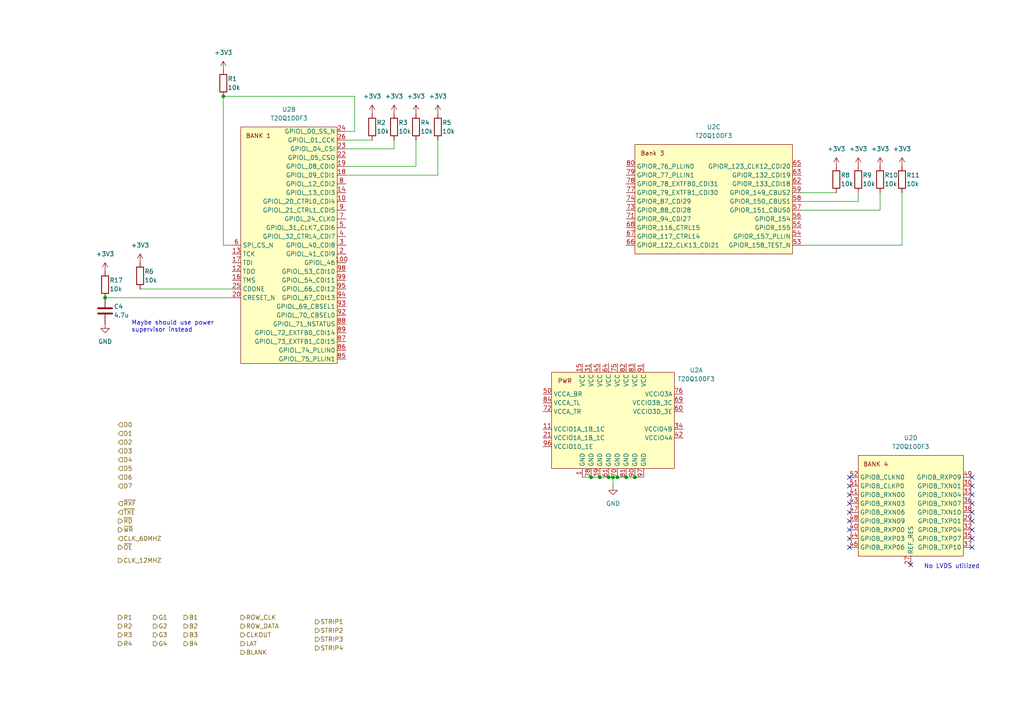
<source format=kicad_sch>
(kicad_sch (version 20230121) (generator eeschema)
  (paper "A4")
  (lib_symbols
    (symbol "Device:C" (pin_numbers hide) (pin_names (offset 0.254))
      (property "Reference" "C" (at 0.635 2.54 0))
      (property "Value" "C" (at 0.635 -2.54 0))
      (symbol "C_0_1"
        (polyline (pts (xy -2.032 -0.762) (xy 2.032 -0.762)) (stroke (width 0.508)))
        (polyline (pts (xy -2.032 0.762) (xy 2.032 0.762)) (stroke (width 0.508)))
      )
      (symbol "C_1_1"
        (pin passive line (at 0 3.81 270) (length 2.794) (name "~") (number "1"))
        (pin passive line (at 0 -3.81 90) (length 2.794) (name "~") (number "2"))
      )
    )
    (symbol "Device:R" (pin_numbers hide) (pin_names (offset 0))
      (property "Reference" "R" (at 2.032 0 90))
      (property "Value" "R" (at 0 0 90))
      (symbol "R_0_1"
        (rectangle (start -1.016 -2.54) (end 1.016 2.54) (stroke (width 0.254)))
      )
      (symbol "R_1_1"
        (pin passive line (at 0 3.81 270) (length 1.27) (name "~") (number "1"))
        (pin passive line (at 0 -3.81 90) (length 1.27) (name "~") (number "2"))
      )
    )
    (symbol "Project:T20Q100F3"
      (property "Reference" "U" (at -21.59 16.51 0))
      (property "Value" "T20Q100F3" (at -17.78 13.97 0))
      (symbol "T20Q100F3_1_0"
        (pin power_in line (at -8.89 -17.78 90) (length 2.54) (name "GND") (number "1"))
        (pin power_in line (at -20.32 -3.81 0) (length 2.54) (name "VCCIO1A_1B_1C") (number "11"))
        (pin power_in line (at -8.89 15.24 270) (length 2.54) (name "VCC") (number "15"))
        (pin power_in line (at -20.32 -6.35 0) (length 2.54) (name "VCCIO1A_1B_1C") (number "21"))
        (pin power_in line (at -6.35 -17.78 90) (length 2.54) (name "GND") (number "28"))
        (pin power_in line (at -6.35 15.24 270) (length 2.54) (name "VCC") (number "31"))
        (pin power_in line (at 20.32 -3.81 180) (length 2.54) (name "VCCIO4B") (number "34"))
        (pin power_in line (at -3.81 -17.78 90) (length 2.54) (name "GND") (number "39"))
        (pin power_in line (at 20.32 -6.35 180) (length 2.54) (name "VCCIO4A") (number "42"))
        (pin power_in line (at -3.81 15.24 270) (length 2.54) (name "VCC") (number "45"))
        (pin power_in line (at -20.32 6.35 0) (length 2.54) (name "VCCA_BR") (number "50"))
        (pin power_in line (at 20.32 1.27 180) (length 2.54) (name "VCCIO3D_3E") (number "60"))
        (pin power_in line (at -1.27 -17.78 90) (length 2.54) (name "GND") (number "61"))
        (pin power_in line (at -1.27 15.24 270) (length 2.54) (name "VCC") (number "64"))
        (pin power_in line (at 20.32 3.81 180) (length 2.54) (name "VCCIO3B_3C") (number "69"))
        (pin power_in line (at 1.27 -17.78 90) (length 2.54) (name "GND") (number "70"))
        (pin power_in line (at -20.32 1.27 0) (length 2.54) (name "VCCA_TR") (number "72"))
        (pin power_in line (at 1.27 15.24 270) (length 2.54) (name "VCC") (number "75"))
        (pin power_in line (at 20.32 6.35 180) (length 2.54) (name "VCCIO3A") (number "76"))
        (pin power_in line (at 3.81 -17.78 90) (length 2.54) (name "GND") (number "81"))
        (pin power_in line (at 3.81 15.24 270) (length 2.54) (name "VCC") (number "82"))
        (pin power_in line (at 6.35 15.24 270) (length 2.54) (name "VCC") (number "83"))
        (pin power_in line (at -20.32 3.81 0) (length 2.54) (name "VCCA_TL") (number "84"))
        (pin power_in line (at 6.35 -17.78 90) (length 2.54) (name "GND") (number "90"))
        (pin power_in line (at 8.89 15.24 270) (length 2.54) (name "VCC") (number "91"))
        (pin power_in line (at -20.32 -8.89 0) (length 2.54) (name "VCCIO1D_1E") (number "96"))
        (pin power_in line (at 8.89 -17.78 90) (length 2.54) (name "GND") (number "97"))
      )
      (symbol "T20Q100F3_1_1"
        (rectangle (start -17.78 12.7) (end 17.78 -15.24) (fill (type background)))
        (text "PWR" (at -13.97 10.16 0) (effects (font (size 1.27 1.27))))
      )
      (symbol "T20Q100F3_2_0"
        (pin bidirectional line (at 16.51 10.16 180) (length 2.54) (name "GPIOL_20_CTRL0_CDI4") (number "10"))
        (pin bidirectional line (at 16.51 -7.62 180) (length 2.54) (name "GPIOL_46") (number "100"))
        (pin output line (at -16.51 -10.16 0) (length 2.54) (name "TDO") (number "12"))
        (pin input line (at -16.51 -5.08 0) (length 2.54) (name "TCK") (number "13"))
        (pin bidirectional line (at 16.51 12.7 180) (length 2.54) (name "GPIOL_13_CDI3") (number "14"))
        (pin input line (at -16.51 -12.7 0) (length 2.54) (name "TMS") (number "16"))
        (pin input line (at -16.51 -7.62 0) (length 2.54) (name "TDI") (number "17"))
        (pin bidirectional line (at 16.51 17.78 180) (length 2.54) (name "GPIOL_09_CDI1") (number "18"))
        (pin bidirectional line (at 16.51 20.32 180) (length 2.54) (name "GPIOL_08_CDI0") (number "19"))
        (pin bidirectional line (at 16.51 -5.08 180) (length 2.54) (name "GPIOL_41_CDI9") (number "2"))
        (pin input line (at -16.51 -17.78 0) (length 2.54) (name "CRESET_N") (number "20"))
        (pin bidirectional line (at 16.51 22.86 180) (length 2.54) (name "GPIOL_05_CSO") (number "22"))
        (pin bidirectional line (at 16.51 25.4 180) (length 2.54) (name "GPIOL_04_CSI") (number "23"))
        (pin bidirectional line (at 16.51 30.48 180) (length 2.54) (name "GPIOL_00_SS_N") (number "24"))
        (pin bidirectional line (at -16.51 -15.24 0) (length 2.54) (name "CDONE") (number "25"))
        (pin bidirectional line (at 16.51 27.94 180) (length 2.54) (name "GPIOL_01_CCK") (number "26"))
        (pin bidirectional line (at 16.51 -2.54 180) (length 2.54) (name "GPIOL_40_CDI8") (number "3"))
        (pin bidirectional line (at 16.51 0 180) (length 2.54) (name "GPIOL_32_CTRL4_CDI7") (number "4"))
        (pin bidirectional line (at 16.51 2.54 180) (length 2.54) (name "GPIOL_31_CLK7_CDI6") (number "5"))
        (pin bidirectional line (at -16.51 -2.54 0) (length 2.54) (name "SPI_CS_N") (number "6"))
        (pin bidirectional line (at 16.51 5.08 180) (length 2.54) (name "GPIOL_24_CLK0") (number "7"))
        (pin bidirectional line (at 16.51 15.24 180) (length 2.54) (name "GPIOL_12_CDI2") (number "8"))
        (pin bidirectional line (at 16.51 -35.56 180) (length 2.54) (name "GPIOL_75_PLLIN1") (number "85"))
        (pin bidirectional line (at 16.51 -33.02 180) (length 2.54) (name "GPIOL_74_PLLIN0") (number "86"))
        (pin bidirectional line (at 16.51 -30.48 180) (length 2.54) (name "GPIOL_73_EXTFB1_CDI15") (number "87"))
        (pin bidirectional line (at 16.51 -25.4 180) (length 2.54) (name "GPIOL_71_NSTATUS") (number "88"))
        (pin bidirectional line (at 16.51 -27.94 180) (length 2.54) (name "GPIOL_72_EXTFB0_CDI14") (number "89"))
        (pin bidirectional line (at 16.51 7.62 180) (length 2.54) (name "GPIOL_21_CTRL1_CDI5") (number "9"))
        (pin bidirectional line (at 16.51 -22.86 180) (length 2.54) (name "GPIOL_70_CBSEL0") (number "92"))
        (pin bidirectional line (at 16.51 -20.32 180) (length 2.54) (name "GPIOL_69_CBSEL1") (number "93"))
        (pin bidirectional line (at 16.51 -17.78 180) (length 2.54) (name "GPIOL_67_CDI13") (number "94"))
        (pin bidirectional line (at 16.51 -15.24 180) (length 2.54) (name "GPIOL_66_CDI12") (number "95"))
        (pin bidirectional line (at 16.51 -10.16 180) (length 2.54) (name "GPIOL_53_CDI10") (number "98"))
        (pin bidirectional line (at 16.51 -12.7 180) (length 2.54) (name "GPIOL_54_CDI11") (number "99"))
      )
      (symbol "T20Q100F3_2_1"
        (rectangle (start -13.97 31.75) (end 13.97 -36.83) (fill (type background)))
        (text "BANK 1" (at -8.89 29.21 0) (effects (font (size 1.27 1.27))))
      )
      (symbol "T20Q100F3_3_0"
        (pin bidirectional line (at 25.4 -13.97 180) (length 2.54) (name "GPIOR_158_TEST_N") (number "53"))
        (pin bidirectional line (at 25.4 -11.43 180) (length 2.54) (name "GPIOR_157_PLLIN") (number "54"))
        (pin bidirectional line (at 25.4 -8.89 180) (length 2.54) (name "GPIOR_155") (number "55"))
        (pin bidirectional line (at 25.4 -6.35 180) (length 2.54) (name "GPIOR_154") (number "56"))
        (pin bidirectional line (at 25.4 -3.81 180) (length 2.54) (name "GPIOR_151_CBUS0") (number "57"))
        (pin bidirectional line (at 25.4 -1.27 180) (length 2.54) (name "GPIOR_150_CBUS1") (number "58"))
        (pin bidirectional line (at 25.4 1.27 180) (length 2.54) (name "GPIOR_149_CBUS2") (number "59"))
        (pin bidirectional line (at 25.4 3.81 180) (length 2.54) (name "GPIOR_133_CDI18") (number "62"))
        (pin bidirectional line (at 25.4 6.35 180) (length 2.54) (name "GPIOR_132_CDI19") (number "63"))
        (pin bidirectional line (at 25.4 8.89 180) (length 2.54) (name "GPIOR_123_CLK12_CDI20") (number "65"))
        (pin bidirectional line (at -25.4 -13.97 0) (length 2.54) (name "GPIOR_122_CLK13_CDI21") (number "66"))
        (pin bidirectional line (at -25.4 -11.43 0) (length 2.54) (name "GPIOR_117_CTRL14") (number "67"))
        (pin bidirectional line (at -25.4 -8.89 0) (length 2.54) (name "GPIOR_116_CTRL15") (number "68"))
        (pin bidirectional line (at -25.4 -6.35 0) (length 2.54) (name "GPIOR_94_CDI27") (number "71"))
        (pin bidirectional line (at -25.4 -3.81 0) (length 2.54) (name "GPIOR_88_CDI28") (number "73"))
        (pin bidirectional line (at -25.4 -1.27 0) (length 2.54) (name "GPIOR_87_CDI29") (number "74"))
        (pin bidirectional line (at -25.4 1.27 0) (length 2.54) (name "GPIOR_79_EXTFB1_CDI30") (number "77"))
        (pin bidirectional line (at -25.4 3.81 0) (length 2.54) (name "GPIOR_78_EXTFB0_CDI31") (number "78"))
        (pin bidirectional line (at -25.4 6.35 0) (length 2.54) (name "GPIOR_77_PLLIN1") (number "79"))
        (pin bidirectional line (at -25.4 8.89 0) (length 2.54) (name "GPIOR_76_PLLIN0") (number "80"))
      )
      (symbol "T20Q100F3_3_1"
        (rectangle (start -22.86 15.24) (end 22.86 -16.51) (fill (type background)))
        (text "Bank 3" (at -17.78 12.7 0) (effects (font (size 1.27 1.27))))
      )
      (symbol "T20Q100F3_4_0"
        (pin output line (at 0 -21.59 90) (length 2.54) (name "REF_RES") (number "27"))
        (pin bidirectional line (at 17.78 -8.89 180) (length 2.54) (name "GPIOB_TXP01") (number "29"))
        (pin bidirectional line (at 17.78 1.27 180) (length 2.54) (name "GPIOB_TXN01") (number "30"))
        (pin bidirectional line (at 17.78 -11.43 180) (length 2.54) (name "GPIOB_TXP04") (number "32"))
        (pin bidirectional line (at 17.78 -1.27 180) (length 2.54) (name "GPIOB_TXN04") (number "33"))
        (pin bidirectional line (at 17.78 -13.97 180) (length 2.54) (name "GPIOB_TXP07") (number "35"))
        (pin bidirectional line (at 17.78 -3.81 180) (length 2.54) (name "GPIOB_TXN07") (number "36"))
        (pin bidirectional line (at 17.78 -16.51 180) (length 2.54) (name "GPIOB_TXP10") (number "37"))
        (pin bidirectional line (at 17.78 -6.35 180) (length 2.54) (name "GPIOB_TXN10") (number "38"))
        (pin bidirectional line (at -17.78 -11.43 0) (length 2.54) (name "GPIOB_RXP00") (number "40"))
        (pin bidirectional line (at -17.78 -1.27 0) (length 2.54) (name "GPIOB_RXN00") (number "41"))
        (pin bidirectional line (at -17.78 -3.81 0) (length 2.54) (name "GPIOB_RXN03") (number "43"))
        (pin bidirectional line (at -17.78 -13.97 0) (length 2.54) (name "GPIOB_RXP03") (number "44"))
        (pin bidirectional line (at -17.78 -16.51 0) (length 2.54) (name "GPIOB_RXP06") (number "46"))
        (pin bidirectional line (at -17.78 -6.35 0) (length 2.54) (name "GPIOB_RXN06") (number "47"))
        (pin bidirectional line (at -17.78 -8.89 0) (length 2.54) (name "GPIOB_RXN09") (number "48"))
        (pin bidirectional line (at 17.78 3.81 180) (length 2.54) (name "GPIOB_RXP09") (number "49"))
        (pin bidirectional line (at -17.78 1.27 0) (length 2.54) (name "GPIOB_CLKP0") (number "51"))
        (pin bidirectional line (at -17.78 3.81 0) (length 2.54) (name "GPIOB_CLKN0") (number "52"))
      )
      (symbol "T20Q100F3_4_1"
        (rectangle (start -15.24 10.16) (end 15.24 -19.05) (fill (type background)))
        (text "BANK 4" (at -10.16 7.62 0) (effects (font (size 1.27 1.27))))
      )
    )
    (symbol "power:+3V3" (power) (pin_names (offset 0))
      (property "Value" "+3V3" (at 0 3.556 0))
      (symbol "+3V3_0_1"
        (polyline (pts (xy -0.762 1.27) (xy 0 2.54)))
        (polyline (pts (xy 0 0) (xy 0 2.54)))
        (polyline (pts (xy 0 2.54) (xy 0.762 1.27)))
      )
      (symbol "+3V3_1_1"
        (pin power_in line (at 0 0 90) (length 0) hide (name "+3V3") (number "1"))
      )
    )
    (symbol "power:GND" (power) (pin_names (offset 0))
      (property "Value" "GND" (at 0 -3.81 0))
      (symbol "GND_0_1"
        (polyline (pts (xy 0 0) (xy 0 -1.27) (xy 1.27 -1.27) (xy 0 -2.54) (xy -1.27 -1.27) (xy 0 -1.27)))
      )
      (symbol "GND_1_1"
        (pin power_in line (at 0 0 270) (length 0) hide (name "GND") (number "1"))
      )
    )
  )
  (junction (at 171.45 138.43))
  (junction (at 179.07 138.43))
  (junction (at 181.61 138.43))
  (junction (at 64.77 27.94))
  (junction (at 30.48 86.36))
  (junction (at 177.8 138.43))
  (junction (at 184.15 138.43))
  (junction (at 173.99 138.43))
  (junction (at 176.53 138.43))
  (no_connect (at 246.38 156.21))
  (no_connect (at 281.94 138.43))
  (no_connect (at 281.94 148.59))
  (no_connect (at 281.94 143.51))
  (no_connect (at 281.94 156.21))
  (no_connect (at 246.38 148.59))
  (no_connect (at 246.38 140.97))
  (no_connect (at 281.94 140.97))
  (no_connect (at 246.38 146.05))
  (no_connect (at 246.38 138.43))
  (no_connect (at 246.38 151.13))
  (no_connect (at 246.38 158.75))
  (no_connect (at 281.94 153.67))
  (no_connect (at 281.94 151.13))
  (no_connect (at 246.38 143.51))
  (no_connect (at 281.94 158.75))
  (no_connect (at 246.38 153.67))
  (no_connect (at 281.94 146.05))
  (no_connect (at 264.16 163.83))
  (wire (pts (xy 64.77 27.94) (xy 102.87 27.94)))
  (wire (pts (xy 232.41 60.96) (xy 255.27 60.96)))
  (wire (pts (xy 100.33 50.8) (xy 127 50.8)))
  (wire (pts (xy 120.65 48.26) (xy 120.65 40.64)))
  (wire (pts (xy 67.31 71.12) (xy 64.77 71.12)))
  (wire (pts (xy 255.27 60.96) (xy 255.27 55.88)))
  (wire (pts (xy 176.53 138.43) (xy 177.8 138.43)))
  (wire (pts (xy 171.45 138.43) (xy 173.99 138.43)))
  (wire (pts (xy 261.62 71.12) (xy 261.62 55.88)))
  (wire (pts (xy 232.41 71.12) (xy 261.62 71.12)))
  (wire (pts (xy 30.48 86.36) (xy 67.31 86.36)))
  (wire (pts (xy 114.3 43.18) (xy 114.3 40.64)))
  (wire (pts (xy 100.33 40.64) (xy 107.95 40.64)))
  (wire (pts (xy 102.87 38.1) (xy 100.33 38.1)))
  (wire (pts (xy 168.91 138.43) (xy 171.45 138.43)))
  (wire (pts (xy 177.8 138.43) (xy 177.8 140.97)))
  (wire (pts (xy 64.77 71.12) (xy 64.77 27.94)))
  (wire (pts (xy 127 50.8) (xy 127 40.64)))
  (wire (pts (xy 100.33 48.26) (xy 120.65 48.26)))
  (wire (pts (xy 177.8 138.43) (xy 179.07 138.43)))
  (wire (pts (xy 100.33 43.18) (xy 114.3 43.18)))
  (wire (pts (xy 102.87 27.94) (xy 102.87 38.1)))
  (wire (pts (xy 184.15 138.43) (xy 186.69 138.43)))
  (wire (pts (xy 248.92 55.88) (xy 248.92 58.42)))
  (wire (pts (xy 40.64 83.82) (xy 67.31 83.82)))
  (wire (pts (xy 181.61 138.43) (xy 184.15 138.43)))
  (wire (pts (xy 232.41 58.42) (xy 248.92 58.42)))
  (wire (pts (xy 232.41 55.88) (xy 242.57 55.88)))
  (wire (pts (xy 173.99 138.43) (xy 176.53 138.43)))
  (wire (pts (xy 179.07 138.43) (xy 181.61 138.43)))
  (text "No LVDS utilized" (at 267.97 165.1 0) (effects (font (size 1.27 1.27)) (justify left bottom)))
  (text "Maybe should use power \nsupervisor instead" (at 38.1 96.52 0) (effects (font (size 1.27 1.27)) (justify left bottom)))
  (hierarchical_label "R2" (shape output) (at 34.29 181.61 0))
  (hierarchical_label "CLK_12MHZ" (shape output) (at 34.29 162.56 0))
  (hierarchical_label "CLKOUT" (shape output) (at 69.85 184.15 0))
  (hierarchical_label "ROW_DATA" (shape output) (at 69.85 181.61 0))
  (hierarchical_label "D7" (shape input) (at 34.29 140.97 0))
  (hierarchical_label "D0" (shape input) (at 34.29 123.19 0))
  (hierarchical_label "CLK_60MHZ" (shape input) (at 34.29 156.21 0))
  (hierarchical_label "B1" (shape output) (at 53.34 179.07 0))
  (hierarchical_label "LAT" (shape output) (at 69.85 186.69 0))
  (hierarchical_label "~{TXE}" (shape input) (at 34.29 148.59 0))
  (hierarchical_label "R4" (shape output) (at 34.29 186.69 0))
  (hierarchical_label "D6" (shape input) (at 34.29 138.43 0))
  (hierarchical_label "G2" (shape output) (at 44.45 181.61 0))
  (hierarchical_label "R3" (shape output) (at 34.29 184.15 0))
  (hierarchical_label "B2" (shape output) (at 53.34 181.61 0))
  (hierarchical_label "STRIP1" (shape output) (at 91.44 180.34 0))
  (hierarchical_label "BLANK" (shape output) (at 69.85 189.23 0))
  (hierarchical_label "STRIP4" (shape output) (at 91.44 187.96 0))
  (hierarchical_label "STRIP3" (shape output) (at 91.44 185.42 0))
  (hierarchical_label "B4" (shape output) (at 53.34 186.69 0))
  (hierarchical_label "D5" (shape input) (at 34.29 135.89 0))
  (hierarchical_label "ROW_CLK" (shape output) (at 69.85 179.07 0))
  (hierarchical_label "D1" (shape input) (at 34.29 125.73 0))
  (hierarchical_label "STRIP2" (shape output) (at 91.44 182.88 0))
  (hierarchical_label "~{WR}" (shape output) (at 34.29 153.67 0))
  (hierarchical_label "D3" (shape input) (at 34.29 130.81 0))
  (hierarchical_label "G4" (shape output) (at 44.45 186.69 0))
  (hierarchical_label "D4" (shape input) (at 34.29 133.35 0))
  (hierarchical_label "D2" (shape input) (at 34.29 128.27 0))
  (hierarchical_label "R1" (shape output) (at 34.29 179.07 0))
  (hierarchical_label "~{OE}" (shape output) (at 34.29 158.75 0))
  (hierarchical_label "~{RXF}" (shape input) (at 34.29 146.05 0))
  (hierarchical_label "~{RD}" (shape output) (at 34.29 151.13 0))
  (hierarchical_label "G3" (shape output) (at 44.45 184.15 0))
  (hierarchical_label "B3" (shape output) (at 53.34 184.15 0))
  (hierarchical_label "G1" (shape output) (at 44.45 179.07 0))
  (symbol (lib_id "Device:R") (at 248.92 52.07 0) (unit 1)
    (property "Reference" "R9" (at 250.19 50.8 0) (effects (justify left)))
    (property "Value" "10k" (at 250.19 53.34 0) (effects (justify left)))
    (instances (project "HUB75-FPGA-Card" (path "" (reference "R9") (unit 1)) (path "" (reference "R8") (unit 1))))
  )
  (symbol (lib_id "Device:C") (at 30.48 90.17 0) (unit 1)
    (property "Reference" "C4" (at 33.02 88.9 0) (effects (justify left)))
    (property "Value" "4.7u" (at 33.02 91.44 0) (effects (justify left)))
  )
  (symbol (lib_id "Device:R") (at 64.77 24.13 0) (unit 1)
    (property "Reference" "R1" (at 66.04 22.86 0) (effects (justify left)))
    (property "Value" "10k" (at 66.04 25.4 0) (effects (justify left)))
    (instances (project "HUB75-FPGA-Card" (path "" (reference "R1") (unit 1)) (path "" (reference "R2") (unit 1))))
  )
  (symbol (lib_id "power:+3V3") (at 30.48 78.74 0) (unit 1)
    (property "Reference" "#PWR06" (effects hide))
    (property "Value" "+3V3" (at 30.48 73.66 0))
    (instances (project "HUB75-FPGA-Card" (path "" (reference "#PWR06") (unit 1)) (path "" (reference "#PWR044") (unit 1))))
  )
  (symbol (lib_id "Project:T20Q100F3") (at 177.8 120.65 0) (unit 1)
    (property "Reference" "U2" (at 201.93 107.3719 0))
    (property "Value" "T20Q100F3" (at 201.93 109.9119 0))
    (property "Footprint" "Package_QFP:TQFP-100_14x14mm_P0.5mm" (effects hide))
    (instances (project "HUB75-FPGA-Card" (path "" (reference "U2") (unit 1)) (path "" (reference "U1") (unit 1)) (path "" (reference "U1") (unit 1))))
  )
  (symbol (lib_id "Device:R") (at 114.3 36.83 0) (unit 1)
    (property "Reference" "R3" (at 115.57 35.56 0) (effects (justify left)))
    (property "Value" "10k" (at 115.57 38.1 0) (effects (justify left)))
    (instances (project "HUB75-FPGA-Card" (path "" (reference "R3") (unit 1)) (path "" (reference "R4") (unit 1))))
  )
  (symbol (lib_id "Device:R") (at 40.64 80.01 0) (unit 1)
    (property "Reference" "R6" (at 41.91 78.74 0) (effects (justify left)))
    (property "Value" "10k" (at 41.91 81.28 0) (effects (justify left)))
    (instances (project "HUB75-FPGA-Card" (path "" (reference "R6") (unit 1)) (path "" (reference "R1") (unit 1))))
  )
  (symbol (lib_id "power:+3V3") (at 114.3 33.02 0) (unit 1)
    (property "Reference" "#PWR03" (effects hide))
    (property "Value" "+3V3" (at 114.3 27.94 0))
    (instances (project "HUB75-FPGA-Card" (path "" (reference "#PWR03") (unit 1)) (path "" (reference "#PWR04") (unit 1))))
  )
  (symbol (lib_id "Device:R") (at 242.57 52.07 0) (unit 1)
    (property "Reference" "R8" (at 243.84 50.8 0) (effects (justify left)))
    (property "Value" "10k" (at 243.84 53.34 0) (effects (justify left)))
    (instances (project "HUB75-FPGA-Card" (path "" (reference "R8") (unit 1)) (path "" (reference "R7") (unit 1))))
  )
  (symbol (lib_id "Device:R") (at 261.62 52.07 0) (unit 1)
    (property "Reference" "R11" (at 262.89 50.8 0) (effects (justify left)))
    (property "Value" "10k" (at 262.89 53.34 0) (effects (justify left)))
    (instances (project "HUB75-FPGA-Card" (path "" (reference "R11") (unit 1)) (path "" (reference "R10") (unit 1))))
  )
  (symbol (lib_id "Project:T20Q100F3") (at 207.01 57.15 0) (unit 3)
    (property "Reference" "U2" (at 207.01 36.83 0))
    (property "Value" "T20Q100F3" (at 207.01 39.37 0))
    (property "Footprint" "Package_QFP:TQFP-100_14x14mm_P0.5mm" (effects hide))
    (instances (project "HUB75-FPGA-Card" (path "" (reference "U2") (unit 3)) (path "" (reference "U1") (unit 3))))
  )
  (symbol (lib_id "power:+3V3") (at 255.27 48.26 0) (unit 1)
    (property "Reference" "#PWR010" (effects hide))
    (property "Value" "+3V3" (at 255.27 43.18 0))
    (instances (project "HUB75-FPGA-Card" (path "" (reference "#PWR010") (unit 1)) (path "" (reference "#PWR09") (unit 1))))
  )
  (symbol (lib_id "Project:T20Q100F3") (at 83.82 68.58 0) (unit 2)
    (property "Reference" "U2" (at 83.82 31.75 0))
    (property "Value" "T20Q100F3" (at 83.82 34.29 0))
    (property "Footprint" "Package_QFP:TQFP-100_14x14mm_P0.5mm" (effects hide))
    (instances (project "HUB75-FPGA-Card" (path "" (reference "U2") (unit 2)) (path "" (reference "U1") (unit 2))))
  )
  (symbol (lib_id "power:+3V3") (at 40.64 76.2 0) (unit 1)
    (property "Reference" "#PWR06" (effects hide))
    (property "Value" "+3V3" (at 40.64 71.12 0))
    (instances (project "HUB75-FPGA-Card" (path "" (reference "#PWR06") (unit 1)) (path "" (reference "#PWR01") (unit 1))))
  )
  (symbol (lib_id "power:+3V3") (at 248.92 48.26 0) (unit 1)
    (property "Reference" "#PWR09" (effects hide))
    (property "Value" "+3V3" (at 248.92 43.18 0))
    (instances (project "HUB75-FPGA-Card" (path "" (reference "#PWR09") (unit 1)) (path "" (reference "#PWR08") (unit 1))))
  )
  (symbol (lib_id "Device:R") (at 107.95 36.83 0) (unit 1)
    (property "Reference" "R2" (at 109.22 35.56 0) (effects (justify left)))
    (property "Value" "10k" (at 109.22 38.1 0) (effects (justify left)))
    (instances (project "HUB75-FPGA-Card" (path "" (reference "R2") (unit 1)) (path "" (reference "R3") (unit 1))))
  )
  (symbol (lib_id "Device:R") (at 127 36.83 0) (unit 1)
    (property "Reference" "R5" (at 128.27 35.56 0) (effects (justify left)))
    (property "Value" "10k" (at 128.27 38.1 0) (effects (justify left)))
    (instances (project "HUB75-FPGA-Card" (path "" (reference "R5") (unit 1)) (path "" (reference "R6") (unit 1))))
  )
  (symbol (lib_id "power:+3V3") (at 64.77 20.32 0) (unit 1)
    (property "Reference" "#PWR01" (effects hide))
    (property "Value" "+3V3" (at 64.77 15.24 0))
    (instances (project "HUB75-FPGA-Card" (path "" (reference "#PWR01") (unit 1)) (path "" (reference "#PWR02") (unit 1))))
  )
  (symbol (lib_id "power:+3V3") (at 261.62 48.26 0) (unit 1)
    (property "Reference" "#PWR011" (effects hide))
    (property "Value" "+3V3" (at 261.62 43.18 0))
    (instances (project "HUB75-FPGA-Card" (path "" (reference "#PWR011") (unit 1)) (path "" (reference "#PWR010") (unit 1))))
  )
  (symbol (lib_id "power:+3V3") (at 107.95 33.02 0) (unit 1)
    (property "Reference" "#PWR02" (effects hide))
    (property "Value" "+3V3" (at 107.95 27.94 0))
    (instances (project "HUB75-FPGA-Card" (path "" (reference "#PWR02") (unit 1)) (path "" (reference "#PWR03") (unit 1))))
  )
  (symbol (lib_id "power:+3V3") (at 242.57 48.26 0) (unit 1)
    (property "Reference" "#PWR08" (effects hide))
    (property "Value" "+3V3" (at 242.57 43.18 0))
    (instances (project "HUB75-FPGA-Card" (path "" (reference "#PWR08") (unit 1)) (path "" (reference "#PWR07") (unit 1))))
  )
  (symbol (lib_id "Device:R") (at 30.48 82.55 0) (unit 1)
    (property "Reference" "R17" (at 31.75 81.28 0) (effects (justify left)))
    (property "Value" "10k" (at 31.75 83.82 0) (effects (justify left)))
  )
  (symbol (lib_id "Project:T20Q100F3") (at 264.16 142.24 0) (unit 4)
    (property "Reference" "U2" (at 264.16 127 0))
    (property "Value" "T20Q100F3" (at 264.16 129.54 0))
    (property "Footprint" "Package_QFP:TQFP-100_14x14mm_P0.5mm" (effects hide))
    (instances (project "HUB75-FPGA-Card" (path "" (reference "U2") (unit 4)) (path "" (reference "U1") (unit 4))))
  )
  (symbol (lib_id "power:+3V3") (at 127 33.02 0) (unit 1)
    (property "Reference" "#PWR05" (effects hide))
    (property "Value" "+3V3" (at 127 27.94 0))
    (instances (project "HUB75-FPGA-Card" (path "" (reference "#PWR05") (unit 1)) (path "" (reference "#PWR06") (unit 1))))
  )
  (symbol (lib_id "power:GND") (at 30.48 93.98 0) (unit 1)
    (property "Reference" "#PWR046" (effects hide))
    (property "Value" "GND" (at 30.48 99.06 0))
  )
  (symbol (lib_id "power:GND") (at 177.8 140.97 0) (unit 1)
    (property "Reference" "#PWR011" (effects hide))
    (property "Value" "GND" (at 177.8 146.05 0))
  )
  (symbol (lib_id "power:+3V3") (at 120.65 33.02 0) (unit 1)
    (property "Reference" "#PWR04" (effects hide))
    (property "Value" "+3V3" (at 120.65 27.94 0))
    (instances (project "HUB75-FPGA-Card" (path "" (reference "#PWR04") (unit 1)) (path "" (reference "#PWR05") (unit 1))))
  )
  (symbol (lib_id "Device:R") (at 255.27 52.07 0) (unit 1)
    (property "Reference" "R10" (at 256.54 50.8 0) (effects (justify left)))
    (property "Value" "10k" (at 256.54 53.34 0) (effects (justify left)))
    (instances (project "HUB75-FPGA-Card" (path "" (reference "R10") (unit 1)) (path "" (reference "R9") (unit 1))))
  )
  (symbol (lib_id "Device:R") (at 120.65 36.83 0) (unit 1)
    (property "Reference" "R4" (at 121.92 35.56 0) (effects (justify left)))
    (property "Value" "10k" (at 121.92 38.1 0) (effects (justify left)))
    (instances (project "HUB75-FPGA-Card" (path "" (reference "R4") (unit 1)) (path "" (reference "R5") (unit 1))))
  )
)
</source>
